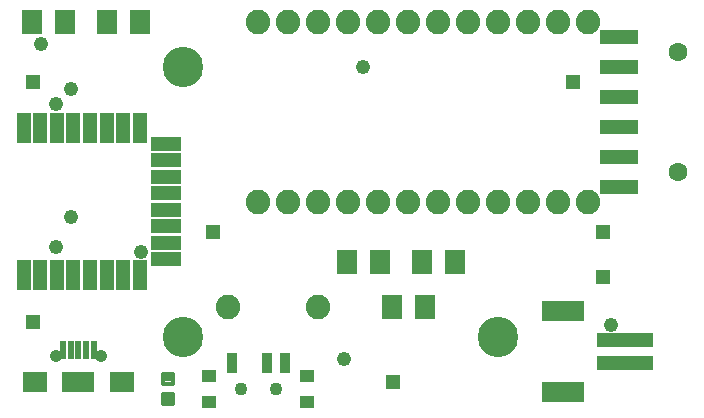
<source format=gts>
G75*
%MOIN*%
%OFA0B0*%
%FSLAX25Y25*%
%IPPOS*%
%LPD*%
%AMOC8*
5,1,8,0,0,1.08239X$1,22.5*
%
%ADD10R,0.04737X0.10446*%
%ADD11R,0.10446X0.04737*%
%ADD12C,0.08200*%
%ADD13R,0.18910X0.04737*%
%ADD14R,0.14186X0.07099*%
%ADD15R,0.04737X0.03950*%
%ADD16R,0.03556X0.06706*%
%ADD17C,0.04343*%
%ADD18C,0.01421*%
%ADD19R,0.12611X0.04737*%
%ADD20C,0.06312*%
%ADD21R,0.02375X0.06312*%
%ADD22C,0.04146*%
%ADD23R,0.07874X0.06693*%
%ADD24R,0.10630X0.06693*%
%ADD25R,0.07887X0.06706*%
%ADD26R,0.10643X0.06706*%
%ADD27R,0.07099X0.07887*%
%ADD28R,0.04762X0.04762*%
%ADD29C,0.13461*%
%ADD30C,0.04800*%
D10*
X0045094Y0056740D03*
X0050606Y0056740D03*
X0056118Y0056740D03*
X0061630Y0056740D03*
X0067142Y0056740D03*
X0072654Y0056740D03*
X0078165Y0056740D03*
X0083677Y0056740D03*
X0083677Y0105953D03*
X0078165Y0105953D03*
X0072654Y0105953D03*
X0067142Y0105953D03*
X0061630Y0105953D03*
X0056118Y0105953D03*
X0050606Y0105953D03*
X0045094Y0105953D03*
D11*
X0092535Y0100638D03*
X0092535Y0095126D03*
X0092535Y0089614D03*
X0092535Y0084102D03*
X0092535Y0078591D03*
X0092535Y0073079D03*
X0092535Y0067567D03*
X0092535Y0062055D03*
D12*
X0113244Y0046346D03*
X0143244Y0046346D03*
X0143244Y0081346D03*
X0133244Y0081346D03*
X0123244Y0081346D03*
X0153244Y0081346D03*
X0163244Y0081346D03*
X0173244Y0081346D03*
X0183244Y0081346D03*
X0193244Y0081346D03*
X0203244Y0081346D03*
X0213244Y0081346D03*
X0223244Y0081346D03*
X0233244Y0081346D03*
X0233244Y0141346D03*
X0223244Y0141346D03*
X0213244Y0141346D03*
X0203244Y0141346D03*
X0193244Y0141346D03*
X0183244Y0141346D03*
X0173244Y0141346D03*
X0163244Y0141346D03*
X0153244Y0141346D03*
X0143244Y0141346D03*
X0133244Y0141346D03*
X0123244Y0141346D03*
D13*
X0245311Y0035283D03*
X0245311Y0027409D03*
D14*
X0224839Y0017961D03*
X0224839Y0044732D03*
D15*
X0139583Y0023177D03*
X0139583Y0014516D03*
X0106906Y0014516D03*
X0106906Y0023177D03*
D16*
X0114386Y0027705D03*
X0126197Y0027705D03*
X0132102Y0027705D03*
D17*
X0129150Y0018846D03*
X0117339Y0018846D03*
D18*
X0094902Y0013736D02*
X0091586Y0013736D01*
X0091586Y0017052D01*
X0094902Y0017052D01*
X0094902Y0013736D01*
X0094902Y0015156D02*
X0091586Y0015156D01*
X0091586Y0016576D02*
X0094902Y0016576D01*
X0094902Y0020641D02*
X0091586Y0020641D01*
X0091586Y0023957D01*
X0094902Y0023957D01*
X0094902Y0020641D01*
X0094902Y0022061D02*
X0091586Y0022061D01*
X0091586Y0023481D02*
X0094902Y0023481D01*
D19*
X0243559Y0086346D03*
X0243559Y0096346D03*
X0243559Y0106346D03*
X0243559Y0116346D03*
X0243559Y0126346D03*
X0243559Y0136346D03*
D20*
X0263244Y0131346D03*
X0263244Y0091346D03*
D21*
X0068362Y0031976D03*
X0065803Y0031976D03*
X0063244Y0031976D03*
X0060685Y0031976D03*
X0058126Y0031976D03*
D22*
X0055764Y0030008D03*
X0070724Y0030008D03*
D23*
X0048740Y0021346D03*
X0077748Y0021346D03*
D24*
X0063244Y0021346D03*
D25*
X0048756Y0021346D03*
X0077732Y0021346D03*
D26*
X0063244Y0021346D03*
D27*
X0152732Y0061346D03*
X0163756Y0061346D03*
X0177732Y0061346D03*
X0188756Y0061346D03*
X0178756Y0046346D03*
X0167732Y0046346D03*
X0083756Y0141346D03*
X0072732Y0141346D03*
X0058756Y0141346D03*
X0047732Y0141346D03*
D28*
X0048244Y0121346D03*
X0108244Y0071346D03*
X0048244Y0041346D03*
X0168244Y0021346D03*
X0238244Y0056346D03*
X0238244Y0071346D03*
X0228244Y0121346D03*
D29*
X0098244Y0126346D03*
X0098244Y0036346D03*
X0203244Y0036346D03*
D30*
X0240744Y0040146D03*
X0151844Y0028846D03*
X0084144Y0064446D03*
X0060744Y0076346D03*
X0055744Y0066346D03*
X0055744Y0113846D03*
X0060744Y0118846D03*
X0050744Y0133846D03*
X0158244Y0126346D03*
M02*

</source>
